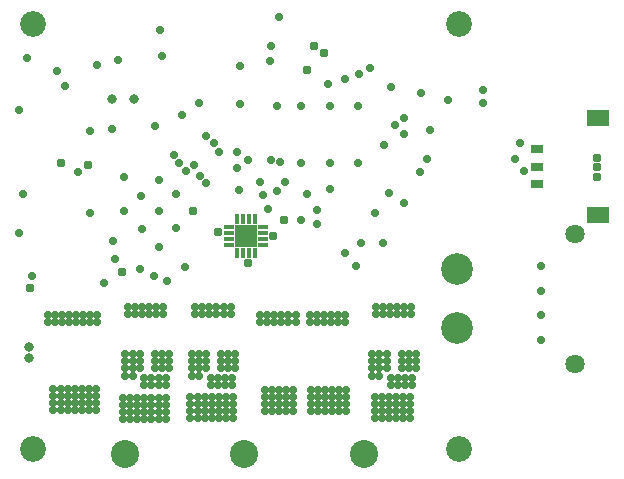
<source format=gbr>
G04 EAGLE Gerber RS-274X export*
G75*
%MOMM*%
%FSLAX34Y34*%
%LPD*%
%INSoldermask Bottom*%
%IPPOS*%
%AMOC8*
5,1,8,0,0,1.08239X$1,22.5*%
G01*
%ADD10C,2.177000*%
%ADD11R,1.827000X1.827000*%
%ADD12R,0.377000X0.827000*%
%ADD13R,0.827000X0.377000*%
%ADD14C,2.377000*%
%ADD15C,1.627000*%
%ADD16C,2.677000*%
%ADD17R,1.127000X0.727000*%
%ADD18R,1.927000X1.377000*%
%ADD19C,0.831800*%
%ADD20C,0.731800*%
%ADD21C,0.781800*%


D10*
X20000Y380000D03*
X380000Y380000D03*
X380000Y20000D03*
X20000Y20000D03*
D11*
X200000Y200000D03*
D12*
X192500Y214500D03*
X197500Y214500D03*
X202500Y214500D03*
X207500Y214500D03*
D13*
X214500Y207500D03*
X214500Y202500D03*
X214500Y197500D03*
X214500Y192500D03*
D12*
X207500Y185500D03*
X202500Y185500D03*
X197500Y185500D03*
X192500Y185500D03*
D13*
X185500Y192500D03*
X185500Y197500D03*
X185500Y202500D03*
X185500Y207500D03*
D14*
X98000Y16000D03*
X198000Y16000D03*
X300000Y16000D03*
D15*
X479000Y202000D03*
X479000Y92000D03*
D16*
X379000Y172000D03*
X379000Y122000D03*
D17*
X446100Y244000D03*
X446100Y259000D03*
X446100Y274000D03*
D18*
X498000Y300050D03*
X498000Y217950D03*
D19*
X87000Y316000D03*
D20*
X194000Y239000D03*
X260000Y210000D03*
X323000Y326000D03*
X220000Y348000D03*
X321000Y237000D03*
D21*
X176184Y203424D03*
D20*
X225896Y309896D03*
X293000Y175000D03*
X353000Y265000D03*
X74000Y345000D03*
D19*
X105000Y316000D03*
D20*
X127000Y375000D03*
X129000Y353000D03*
X160846Y251154D03*
X269048Y329000D03*
X166000Y245000D03*
X284000Y333000D03*
X156000Y260000D03*
X295532Y337532D03*
X149000Y255000D03*
X305000Y342104D03*
X247000Y214000D03*
X252000Y236000D03*
X233000Y246000D03*
X371000Y315000D03*
X401000Y313000D03*
D21*
X252000Y341000D03*
X497000Y250404D03*
X266208Y354792D03*
X497000Y258476D03*
X258000Y361000D03*
X497000Y266548D03*
D20*
X166000Y285096D03*
X334010Y299952D03*
X173000Y278524D03*
X326438Y294216D03*
X177000Y270952D03*
X334010Y286644D03*
D21*
X232000Y214000D03*
X223000Y200000D03*
X202124Y177124D03*
D20*
X228968Y263032D03*
X192000Y258000D03*
X221000Y264452D03*
X201572Y264452D03*
D21*
X66000Y260000D03*
X43000Y262000D03*
D20*
X68000Y220000D03*
X58000Y254000D03*
X450000Y175000D03*
X450000Y154000D03*
X450000Y133000D03*
X450000Y112000D03*
X187000Y140000D03*
X187000Y134000D03*
X181000Y134000D03*
X181000Y140000D03*
X175000Y140000D03*
X175000Y134000D03*
X169000Y140000D03*
X169000Y134000D03*
X163000Y134000D03*
X163000Y140000D03*
X157000Y140000D03*
X157000Y134000D03*
X130000Y140000D03*
X130000Y134000D03*
X124000Y134000D03*
X124000Y140000D03*
X118000Y140000D03*
X118000Y134000D03*
X112000Y140000D03*
X112000Y134000D03*
X106000Y134000D03*
X106000Y140000D03*
X100000Y140000D03*
X100000Y134000D03*
X284000Y133000D03*
X284000Y127000D03*
X278000Y127000D03*
X278000Y133000D03*
X272000Y133000D03*
X272000Y127000D03*
X266000Y133000D03*
X266000Y127000D03*
X260000Y127000D03*
X260000Y133000D03*
X254000Y133000D03*
X254000Y127000D03*
X242000Y133000D03*
X242000Y127000D03*
X236000Y127000D03*
X236000Y133000D03*
X230000Y133000D03*
X230000Y127000D03*
X224000Y133000D03*
X224000Y127000D03*
X218000Y127000D03*
X218000Y133000D03*
X212000Y133000D03*
X212000Y127000D03*
X340000Y140000D03*
X340000Y134000D03*
X334000Y134000D03*
X334000Y140000D03*
X328000Y140000D03*
X328000Y134000D03*
X322000Y140000D03*
X322000Y134000D03*
X316000Y134000D03*
X316000Y140000D03*
X310000Y140000D03*
X310000Y134000D03*
X38000Y127000D03*
X38000Y133000D03*
X32000Y133000D03*
X32000Y127000D03*
X74000Y133000D03*
X74000Y127000D03*
X68000Y127000D03*
X68000Y133000D03*
X62000Y133000D03*
X62000Y127000D03*
X56000Y133000D03*
X56000Y127000D03*
X50000Y127000D03*
X50000Y133000D03*
X44000Y133000D03*
X44000Y127000D03*
X195000Y312000D03*
X87000Y291000D03*
X68000Y289000D03*
X123000Y293000D03*
X126000Y248000D03*
X141000Y236000D03*
X141000Y207000D03*
X126000Y221000D03*
X126000Y191000D03*
X112000Y206000D03*
X97000Y221000D03*
X111000Y234000D03*
X221000Y361000D03*
X271000Y240000D03*
X316000Y194000D03*
X284000Y186000D03*
X348000Y321000D03*
X334000Y228000D03*
X40000Y340000D03*
X8000Y307000D03*
X47000Y327000D03*
X247000Y310000D03*
X271000Y310000D03*
X295000Y310000D03*
X295000Y262000D03*
X271000Y262000D03*
X247000Y262000D03*
X401000Y324000D03*
X347000Y254000D03*
X8000Y203000D03*
X19000Y166000D03*
X11000Y236000D03*
X80000Y160000D03*
D21*
X200000Y200000D03*
D20*
X212000Y246000D03*
X192326Y271520D03*
X297000Y194000D03*
D21*
X155000Y221000D03*
D20*
X356000Y290000D03*
X195000Y344000D03*
X432000Y279000D03*
X73000Y53000D03*
X73000Y59000D03*
X67000Y59000D03*
X67000Y53000D03*
X61000Y53000D03*
X61000Y59000D03*
X55000Y59000D03*
X55000Y53000D03*
X49000Y53000D03*
X49000Y59000D03*
X73000Y65000D03*
X73000Y71000D03*
X67000Y71000D03*
X67000Y65000D03*
X61000Y65000D03*
X61000Y71000D03*
X55000Y71000D03*
X55000Y65000D03*
X49000Y65000D03*
X49000Y71000D03*
X37000Y53000D03*
X37000Y59000D03*
X37000Y65000D03*
X37000Y71000D03*
X43000Y53000D03*
X43000Y59000D03*
X43000Y65000D03*
X43000Y71000D03*
X240000Y52000D03*
X240000Y58000D03*
X234000Y58000D03*
X234000Y52000D03*
X228000Y52000D03*
X228000Y58000D03*
X222000Y58000D03*
X222000Y52000D03*
X216000Y52000D03*
X216000Y58000D03*
X240000Y64000D03*
X240000Y70000D03*
X234000Y70000D03*
X234000Y64000D03*
X228000Y64000D03*
X228000Y70000D03*
X222000Y70000D03*
X222000Y64000D03*
X216000Y64000D03*
X216000Y70000D03*
X279000Y52000D03*
X279000Y58000D03*
X273000Y58000D03*
X273000Y52000D03*
X267000Y52000D03*
X267000Y58000D03*
X261000Y58000D03*
X261000Y52000D03*
X255000Y52000D03*
X255000Y58000D03*
X279000Y64000D03*
X279000Y70000D03*
X273000Y70000D03*
X273000Y64000D03*
X267000Y64000D03*
X267000Y70000D03*
X261000Y70000D03*
X261000Y64000D03*
X255000Y64000D03*
X255000Y70000D03*
X285000Y52000D03*
X285000Y58000D03*
X285000Y64000D03*
X285000Y70000D03*
D19*
X16000Y106000D03*
X16000Y97000D03*
D20*
X428000Y265000D03*
X435000Y255000D03*
X89000Y181000D03*
X87106Y195894D03*
X139000Y269000D03*
X146000Y303000D03*
X143029Y262029D03*
X97000Y250292D03*
X317000Y277000D03*
X126000Y45000D03*
X126000Y51000D03*
X120000Y51000D03*
X120000Y45000D03*
X114000Y45000D03*
X114000Y51000D03*
X108000Y51000D03*
X108000Y45000D03*
X102000Y45000D03*
X102000Y51000D03*
X126000Y57000D03*
X126000Y63000D03*
X120000Y63000D03*
X120000Y57000D03*
X114000Y57000D03*
X114000Y63000D03*
X108000Y63000D03*
X108000Y57000D03*
X102000Y57000D03*
X102000Y63000D03*
X132000Y45000D03*
X132000Y51000D03*
X132000Y57000D03*
X132000Y63000D03*
X96000Y45000D03*
X96000Y51000D03*
X96000Y57000D03*
X96000Y63000D03*
D21*
X95000Y170000D03*
X17000Y156000D03*
D20*
X183000Y46000D03*
X183000Y52000D03*
X177000Y52000D03*
X177000Y46000D03*
X171000Y46000D03*
X171000Y52000D03*
X165000Y52000D03*
X165000Y46000D03*
X159000Y46000D03*
X159000Y52000D03*
X183000Y58000D03*
X183000Y64000D03*
X177000Y64000D03*
X177000Y58000D03*
X171000Y58000D03*
X171000Y64000D03*
X165000Y64000D03*
X165000Y58000D03*
X159000Y58000D03*
X159000Y64000D03*
X189000Y46000D03*
X189000Y52000D03*
X189000Y58000D03*
X189000Y64000D03*
X153000Y46000D03*
X153000Y52000D03*
X153000Y58000D03*
X153000Y64000D03*
X333000Y46000D03*
X333000Y52000D03*
X327000Y52000D03*
X327000Y46000D03*
X321000Y46000D03*
X321000Y52000D03*
X315000Y52000D03*
X315000Y46000D03*
X309000Y46000D03*
X309000Y52000D03*
X333000Y58000D03*
X333000Y64000D03*
X327000Y64000D03*
X327000Y58000D03*
X321000Y58000D03*
X321000Y64000D03*
X315000Y64000D03*
X315000Y58000D03*
X309000Y58000D03*
X309000Y64000D03*
X339000Y46000D03*
X339000Y52000D03*
X339000Y58000D03*
X339000Y64000D03*
X148000Y174000D03*
X133000Y162000D03*
X109947Y172053D03*
X122000Y166000D03*
X335000Y80000D03*
X329000Y80000D03*
X323000Y80000D03*
X313000Y88000D03*
X319000Y88000D03*
X341000Y80000D03*
X313000Y94000D03*
X313000Y100000D03*
X319000Y94000D03*
X319000Y100000D03*
X341000Y74000D03*
X335000Y74000D03*
X323000Y74000D03*
X329000Y74000D03*
X307000Y88000D03*
X307000Y94000D03*
X307000Y100000D03*
X313000Y82000D03*
X307000Y82000D03*
X338000Y88000D03*
X344000Y88000D03*
X338000Y94000D03*
X338000Y100000D03*
X344000Y94000D03*
X344000Y100000D03*
X332000Y88000D03*
X332000Y94000D03*
X332000Y100000D03*
X182000Y80000D03*
X176000Y80000D03*
X170000Y80000D03*
X160000Y88000D03*
X166000Y88000D03*
X188000Y80000D03*
X160000Y94000D03*
X160000Y100000D03*
X166000Y94000D03*
X166000Y100000D03*
X188000Y74000D03*
X182000Y74000D03*
X170000Y74000D03*
X176000Y74000D03*
X154000Y88000D03*
X154000Y94000D03*
X154000Y100000D03*
X160000Y82000D03*
X154000Y82000D03*
X185000Y88000D03*
X191000Y88000D03*
X185000Y94000D03*
X185000Y100000D03*
X191000Y94000D03*
X191000Y100000D03*
X179000Y88000D03*
X179000Y94000D03*
X179000Y100000D03*
X126000Y80000D03*
X120000Y80000D03*
X114000Y80000D03*
X104000Y88000D03*
X110000Y88000D03*
X132000Y80000D03*
X104000Y94000D03*
X104000Y100000D03*
X110000Y94000D03*
X110000Y100000D03*
X132000Y74000D03*
X126000Y74000D03*
X114000Y74000D03*
X120000Y74000D03*
X98000Y88000D03*
X98000Y94000D03*
X98000Y100000D03*
X104000Y82000D03*
X98000Y82000D03*
X129000Y88000D03*
X135000Y88000D03*
X129000Y94000D03*
X129000Y100000D03*
X135000Y94000D03*
X135000Y100000D03*
X123000Y88000D03*
X123000Y94000D03*
X123000Y100000D03*
X214048Y235000D03*
X226000Y238452D03*
X219000Y223000D03*
X260120Y222000D03*
X228000Y386000D03*
X15000Y351000D03*
X160000Y313000D03*
X92000Y349000D03*
X309000Y220000D03*
M02*

</source>
